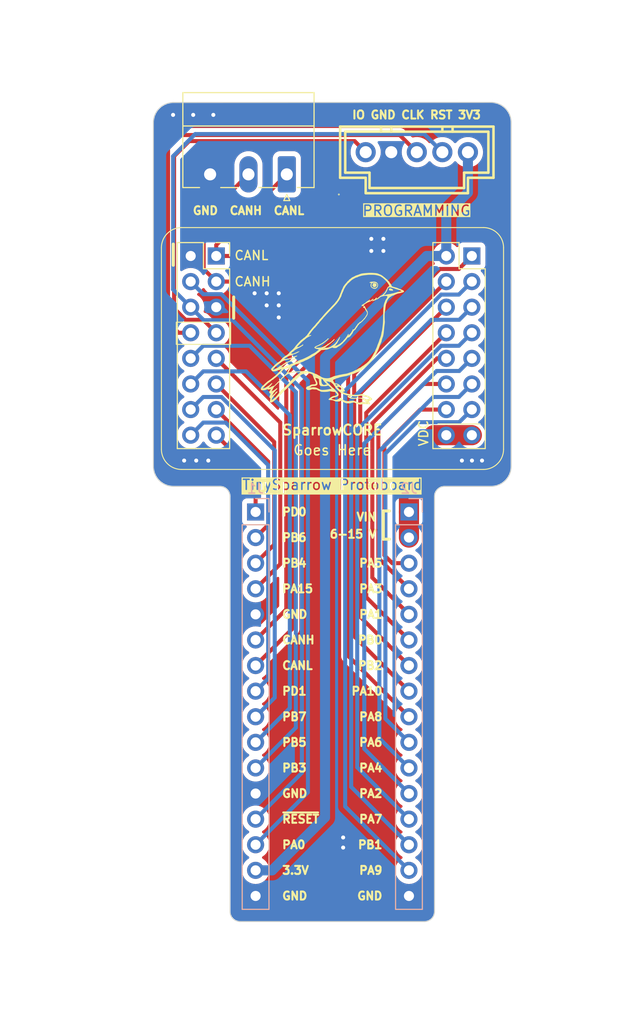
<source format=kicad_pcb>
(kicad_pcb (version 20221018) (generator pcbnew)
  (layers (0 "F.Cu" signal) (31 "B.Cu" signal) (34 "B.Paste" user) (35 "F.Paste" user) (36 "B.SilkS" user "B.Silkscreen") (37 "F.SilkS" user "F.Silkscreen") (38 "B.Mask" user) (39 "F.Mask" user) (44 "Edge.Cuts" user))
  (net 0 "")
  (net 1 "/PD0")
  (net 2 "/PB6")
  (net 3 "/PB4")
  (net 4 "/PA15")
  (net 5 "/CAN+")
  (net 6 "/CAN-")
  (net 7 "/PD1")
  (net 8 "/PB7")
  (net 9 "/PB5")
  (net 10 "/PB3")
  (net 11 "/~{RESET}")
  (net 12 "/SWDIO")
  (net 13 "/SWCLK")
  (net 14 "GND")
  (net 15 "/PA0")
  (net 16 "/VDC")
  (net 17 "+3V3")
  (net 18 "/PA5")
  (net 19 "/PA3")
  (net 20 "/PA1")
  (net 21 "/PB0")
  (net 22 "/PB2")
  (net 23 "/PA10")
  (net 24 "/PA8")
  (net 25 "/PA6")
  (net 26 "/PA4")
  (net 27 "/PA2")
  (net 28 "/PA7")
  (net 29 "/PB1")
  (net 30 "/PA9")
  (footprint "footprints:CONN-TH_A2547WV-5P" (layer "F.Cu") (at 155.71999 53.2)
    (fp_text reference "J4" hide)
    (fp_text value "SYS_PROG")
    (pad "1" thru_hole circle (at -5.08001 0) (size 2 2) (drill 1.2) (layers "*.Cu" "*.Mask") (net 12 "/SWDIO"))
    (pad "2" thru_hole circle (at -2.540005 0) (size 2 2) (drill 1.2) (layers "*.Cu" "*.Mask") (net 14 "GND"))
    (pad "3" thru_hole circle (at 0 0) (size 2 2) (drill 1.2) (layers "*.Cu" "*.Mask") (net 13 "/SWCLK"))
    (pad "4" thru_hole circle (at 2.540005 0) (size 2 2) (drill 1.2) (layers "*.Cu" "*.Mask") (net 11 "/~{RESET}"))
    (pad "5" thru_hole circle (at 5.08001 0) (size 2 2) (drill 1.2) (layers "*.Cu" "*.Mask") (net 17 "+3V3"))
  )
  (footprint "SparrowCore:SparrowCore" (layer "F.Cu") (at 146.52 61.17)
    (fp_text reference "U1" hide)
    (fp_text value "~")
    (fp_text user "Goes Here" (at 0.8 21.6 unlocked) (layer "F.SilkS"))
    (fp_text user "VDC" (at 10.4 21.3 90 unlocked) (layer "F.SilkS") (effects (font (size 0.9 0.9) (thickness 0.15) bold) (justify left bottom)))
    (fp_text user "CANL" (at -9 2.8 unlocked) (layer "F.SilkS") (effects (font (size 0.9 0.9) (thickness 0.15) bold) (justify left bottom)))
    (fp_text user "SparrowCORE" (at 0.8 19.6 unlocked) (layer "F.SilkS") (effects (font (thickness 0.2) bold)))
    (fp_text user "CANH" (at -9 5.4 unlocked) (layer "F.SilkS") (effects (font (size 0.9 0.9) (thickness 0.15) bold) (justify left bottom)))
    (pad "1" thru_hole rect (at -10.73 2.33) (size 1.7 1.7) (drill 1) (layers "*.Cu" "*.Mask") (net 6 "/CAN-"))
    (pad "2" thru_hole oval (at -13.27 2.33) (size 1.7 1.7) (drill 1) (layers "*.Cu" "*.Mask") (net 14 "GND"))
    (pad "3" thru_hole oval (at -10.73 4.87) (size 1.7 1.7) (drill 1) (layers "*.Cu" "*.Mask") (net 5 "/CAN+"))
    (pad "4" thru_hole oval (at -13.27 4.87) (size 1.7 1.7) (drill 1) (layers "*.Cu" "*.Mask") (net 15 "/PA0"))
    (pad "5" thru_hole oval (at -10.73 7.41) (size 1.7 1.7) (drill 1) (layers "*.Cu" "*.Mask") (net 14 "GND"))
    (pad "6" thru_hole oval (at -13.27 7.41) (size 1.7 1.7) (drill 1) (layers "*.Cu" "*.Mask") (net 11 "/~{RESET}"))
    (pad "7" thru_hole oval (at -10.73 9.95) (size 1.7 1.7) (drill 1) (layers "*.Cu" "*.Mask") (net 12 "/SWDIO"))
    (pad "8" thru_hole oval (at -13.27 9.95) (size 1.7 1.7) (drill 1) (layers "*.Cu" "*.Mask") (net 13 "/SWCLK"))
    (pad "9" thru_hole oval (at -10.73 12.49) (size 1.7 1.7) (drill 1) (layers "*.Cu" "*.Mask") (net 4 "/PA15"))
    (pad "10" thru_hole oval (at -13.27 12.49) (size 1.7 1.7) (drill 1) (layers "*.Cu" "*.Mask") (net 10 "/PB3"))
    (pad "11" thru_hole oval (at -10.73 15.03) (size 1.7 1.7) (drill 1) (layers "*.Cu" "*.Mask") (net 3 "/PB4"))
    (pad "12" thru_hole oval (at -13.27 15.03) (size 1.7 1.7) (drill 1) (layers "*.Cu" "*.Mask") (net 9 "/PB5"))
    (pad "13" thru_hole oval (at -10.73 17.57) (size 1.7 1.7) (drill 1) (layers "*.Cu" "*.Mask") (net 2 "/PB6"))
    (pad "14" thru_hole oval (at -13.27 17.57) (size 1.7 1.7) (drill 1) (layers "*.Cu" "*.Mask") (net 8 "/PB7"))
    (pad "15" thru_hole oval (at -10.73 20.11) (size 1.7 1.7) (drill 1) (layers "*.Cu" "*.Mask") (net 1 "/PD0"))
    (pad "16" thru_hole oval (at -13.27 20.11) (size 1.7 1.7) (drill 1) (layers "*.Cu" "*.Mask") (net 7 "/PD1"))
    (pad "17" thru_hole rect (at 14.67 2.33) (size 1.7 1.7) (drill 1) (layers "*.Cu" "*.Mask") (net 24 "/PA8"))
    (pad "18" thru_hole oval (at 12.13 2.33) (size 1.7 1.7) (drill 1) (layers "*.Cu" "*.Mask") (net 17 "+3V3"))
    (pad "19" thru_hole oval (at 14.67 4.87) (size 1.7 1.7) (drill 1) (layers "*.Cu" "*.Mask") (net 30 "/PA9"))
    (pad "20" thru_hole oval (at 12.13 4.87) (size 1.7 1.7) (drill 1) (layers "*.Cu" "*.Mask") (net 23 "/PA10"))
    (pad "21" thru_hole oval (at 14.67 7.41) (size 1.7 1.7) (drill 1) (layers "*.Cu" "*.Mask") (net 29 "/PB1"))
    (pad "22" thru_hole oval (at 12.13 7.41) (size 1.7 1.7) (drill 1) (layers "*.Cu" "*.Mask") (net 22 "/PB2"))
    (pad "23" thru_hole oval (at 14.67 9.95) (size 1.7 1.7) (drill 1) (layers "*.Cu" "*.Mask") (net 28 "/PA7"))
    (pad "24" thru_hole oval (at 12.13 9.95) (size 1.7 1.7) (drill 1) (layers "*.Cu" "*.Mask") (net 21 "/PB0"))
    (pad "25" thru_hole oval (at 14.67 12.49) (size 1.7 1.7) (drill 1) (layers "*.Cu" "*.Mask") (net 27 "/PA2"))
    (pad "26" thru_hole oval (at 12.13 12.49) (size 1.7 1.7) (drill 1) (layers "*.Cu" "*.Mask") (net 20 "/PA1"))
    (pad "27" thru_hole oval (at 14.67 15.03) (size 1.7 1.7) (drill 1) (layers "*.Cu" "*.Mask") (net 26 "/PA4"))
    (pad "28" thru_hole oval (at 12.13 15.03) (size 1.7 1.7) (drill 1) (layers "*.Cu" "*.Mask") (net 19 "/PA3"))
    (pad "29" thru_hole oval (at 14.67 17.57) (size 1.7 1.7) (drill 1) (layers "*.Cu" "*.Mask") (net 25 "/PA6"))
    (pad "30" thru_hole oval (at 12.13 17.57) (size 1.7 1.7) (drill 1) (layers "*.Cu" "*.Mask") (net 18 "/PA5"))
    (pad "31" thru_hole oval (at 14.67 20.11) (size 1.7 1.7) (drill 1) (layers "*.Cu" "*.Mask") (net 16 "/VDC"))
    (pad "32" thru_hole oval (at 12.13 20.11) (size 1.7 1.7) (drill 1) (layers "*.Cu" "*.Mask") (net 16 "/VDC"))
  )
  (footprint "Connector_Phoenix_MC:PhoenixContact_MC_1,5_3-G-3.81_1x03_P3.81mm_Horizontal" (layer "F.Cu") (at 142.8 55.4 180)
    (fp_text reference "J3" hide)
    (fp_text value "CAN_DEBUG")
    (pad "1" thru_hole roundrect (at 0 0 180) (size 1.8 3.6) (drill 1.2) (layers "*.Cu" "*.Mask") (roundrect_rratio 0.1388888889) (net 6 "/CAN-"))
    (pad "2" thru_hole oval (at 3.81 0 180) (size 1.8 3.6) (drill 1.2) (layers "*.Cu" "*.Mask") (net 5 "/CAN+"))
    (pad "3" thru_hole oval (at 7.62 0 180) (size 1.8 3.6) (drill 1.2) (layers "*.Cu" "*.Mask") (net 14 "GND"))
  )
  (footprint "Connector_PinHeader_2.54mm:PinHeader_1x16_P2.54mm_Vertical" (layer "B.Cu") (at 154.94 88.9 180)
    (fp_text reference "J2" (at 0 2.33) (layer "B.SilkS") (effects (justify mirror)))
    (fp_text value "RIGHT_SIDE_CONN")
    (pad "1" thru_hole rect (at 0 0 180) (size 1.7 1.7) (drill 1) (layers "*.Cu" "*.Mask") (net 16 "/VDC"))
    (pad "2" thru_hole oval (at 0 -2.54 180) (size 1.7 1.7) (drill 1) (layers "*.Cu" "*.Mask") (net 16 "/VDC"))
    (pad "3" thru_hole oval (at 0 -5.08 180) (size 1.7 1.7) (drill 1) (layers "*.Cu" "*.Mask") (net 18 "/PA5"))
    (pad "4" thru_hole oval (at 0 -7.62 180) (size 1.7 1.7) (drill 1) (layers "*.Cu" "*.Mask") (net 19 "/PA3"))
    (pad "5" thru_hole oval (at 0 -10.16 180) (size 1.7 1.7) (drill 1) (layers "*.Cu" "*.Mask") (net 20 "/PA1"))
    (pad "6" thru_hole oval (at 0 -12.7 180) (size 1.7 1.7) (drill 1) (layers "*.Cu" "*.Mask") (net 21 "/PB0"))
    (pad "7" thru_hole oval (at 0 -15.24 180) (size 1.7 1.7) (drill 1) (layers "*.Cu" "*.Mask") (net 22 "/PB2"))
    (pad "8" thru_hole oval (at 0 -17.78 180) (size 1.7 1.7) (drill 1) (layers "*.Cu" "*.Mask") (net 23 "/PA10"))
    (pad "9" thru_hole oval (at 0 -20.32 180) (size 1.7 1.7) (drill 1) (layers "*.Cu" "*.Mask") (net 24 "/PA8"))
    (pad "10" thru_hole oval (at 0 -22.86 180) (size 1.7 1.7) (drill 1) (layers "*.Cu" "*.Mask") (net 25 "/PA6"))
    (pad "11" thru_hole oval (at 0 -25.4 180) (size 1.7 1.7) (drill 1) (layers "*.Cu" "*.Mask") (net 26 "/PA4"))
    (pad "12" thru_hole oval (at 0 -27.94 180) (size 1.7 1.7) (drill 1) (layers "*.Cu" "*.Mask") (net 27 "/PA2"))
    (pad "13" thru_hole oval (at 0 -30.48 180) (size 1.7 1.7) (drill 1) (layers "*.Cu" "*.Mask") (net 28 "/PA7"))
    (pad "14" thru_hole oval (at 0 -33.02 180) (size 1.7 1.7) (drill 1) (layers "*.Cu" "*.Mask") (net 29 "/PB1"))
    (pad "15" thru_hole oval (at 0 -35.56 180) (size 1.7 1.7) (drill 1) (layers "*.Cu" "*.Mask") (net 30 "/PA9"))
    (pad "16" thru_hole oval (at 0 -38.1 180) (size 1.7 1.7) (drill 1) (layers "*.Cu" "*.Mask") (net 14 "GND"))
  )
  (footprint "Connector_PinHeader_2.54mm:PinHeader_1x16_P2.54mm_Vertical" (layer "B.Cu") (at 139.7 88.9 180)
    (fp_text reference "J1" (at 0 2.33) (layer "B.SilkS") (effects (justify mirror)))
    (fp_text value "LEFT_SIDE_CONN")
    (pad "1" thru_hole rect (at 0 0 180) (size 1.7 1.7) (drill 1) (layers "*.Cu" "*.Mask") (net 1 "/PD0"))
    (pad "2" thru_hole oval (at 0 -2.54 180) (size 1.7 1.7) (drill 1) (layers "*.Cu" "*.Mask") (net 2 "/PB6"))
    (pad "3" thru_hole oval (at 0 -5.08 180) (size 1.7 1.7) (drill 1) (layers "*.Cu" "*.Mask") (net 3 "/PB4"))
    (pad "4" thru_hole oval (at 0 -7.62 180) (size 1.7 1.7) (drill 1) (layers "*.Cu" "*.Mask") (net 4 "/PA15"))
    (pad "5" thru_hole oval (at 0 -10.16 180) (size 1.7 1.7) (drill 1) (layers "*.Cu" "*.Mask") (net 14 "GND"))
    (pad "6" thru_hole oval (at 0 -12.7 180) (size 1.7 1.7) (drill 1) (layers "*.Cu" "*.Mask") (net 5 "/CAN+"))
    (pad "7" thru_hole oval (at 0 -15.24 180) (size 1.7 1.7) (drill 1) (layers "*.Cu" "*.Mask") (net 6 "/CAN-"))
    (pad "8" thru_hole oval (at 0 -17.78 180) (size 1.7 1.7) (drill 1) (layers "*.Cu" "*.Mask") (net 7 "/PD1"))
    (pad "9" thru_hole oval (at 0 -20.32 180) (size 1.7 1.7) (drill 1) (layers "*.Cu" "*.Mask") (net 8 "/PB7"))
    (pad "10" thru_hole oval (at 0 -22.86 180) (size 1.7 1.7) (drill 1) (layers "*.Cu" "*.Mask") (net 9 "/PB5"))
    (pad "11" thru_hole oval (at 0 -25.4 180) (size 1.7 1.7) (drill 1) (layers "*.Cu" "*.Mask") (net 10 "/PB3"))
    (pad "12" thru_hole oval (at 0 -27.94 180) (size 1.7 1.7) (drill 1) (layers "*.Cu" "*.Mask") (net 14 "GND"))
    (pad "13" thru_hole oval (at 0 -30.48 180) (size 1.7 1.7) (drill 1) (layers "*.Cu" "*.Mask") (net 11 "/~{RESET}"))
    (pad "14" thru_hole oval (at 0 -33.02 180) (size 1.7 1.7) (drill 1) (layers "*.Cu" "*.Mask") (net 15 "/PA0"))
    (pad "15" thru_hole oval (at 0 -35.56 180) (size 1.7 1.7) (drill 1) (layers "*.Cu" "*.Mask") (net 17 "+3V3"))
    (pad "16" thru_hole oval (at 0 -38.1 180) (size 1.7 1.7) (drill 1) (layers "*.Cu" "*.Mask") (net 14 "GND"))
  )
  (gr_line (start 152.4 88.8) (end 153 88.8) (stroke (width 0.3)) (layer "F.SilkS"))
  (gr_line (start 152.4 88.8) (end 152.4 91.6) (stroke (width 0.3)) (layer "F.SilkS"))
  (gr_line (start 152.4 91.6) (end 153 91.6) (stroke (width 0.3)) (layer "F.SilkS"))
  (gr_arc (start 157.48 87.36) (mid 157.772893 86.652893) (end 158.48 86.36) (stroke (width 0.1)) (layer "Edge.Cuts"))
  (gr_arc (start 157.48 128.54) (mid 157.187107 129.247107) (end 156.48 129.54) (stroke (width 0.1)) (layer "Edge.Cuts"))
  (gr_line (start 158.48 86.36) (end 163.1 86.36) (stroke (width 0.1)) (layer "Edge.Cuts"))
  (gr_line (start 157.48 87.36) (end 157.48 128.54) (stroke (width 0.1)) (layer "Edge.Cuts"))
  (gr_arc (start 165.1 84.36) (mid 164.514214 85.774214) (end 163.1 86.36) (stroke (width 0.1)) (layer "Edge.Cuts"))
  (gr_line (start 165.1 50.26) (end 165.1 84.36) (stroke (width 0.1)) (layer "Edge.Cuts"))
  (gr_arc (start 129.54 50.27) (mid 130.125786 48.855786) (end 131.54 48.27) (stroke (width 0.1)) (layer "Edge.Cuts"))
  (gr_arc (start 131.54 86.36) (mid 130.125786 85.774214) (end 129.54 84.36) (stroke (width 0.1)) (layer "Edge.Cuts"))
  (gr_line (start 137.16 128.54) (end 137.16 87.36) (stroke (width 0.1)) (layer "Edge.Cuts"))
  (gr_arc (start 138.16 129.54) (mid 137.452893 129.247107) (end 137.16 128.54) (stroke (width 0.1)) (layer "Edge.Cuts"))
  (gr_arc (start 136.16 86.36) (mid 136.867107 86.652893) (end 137.16 87.36) (stroke (width 0.1)) (layer "Edge.Cuts"))
  (gr_line (start 136.16 86.36) (end 131.54 86.36) (stroke (width 0.1)) (layer "Edge.Cuts"))
  (gr_line (start 163.1 48.26) (end 131.54 48.27) (stroke (width 0.1)) (layer "Edge.Cuts"))
  (gr_arc (start 163.1 48.26) (mid 164.514214 48.845786) (end 165.1 50.26) (stroke (width 0.1)) (layer "Edge.Cuts"))
  (gr_line (start 129.54 84.36) (end 129.54 50.27) (stroke (width 0.1)) (layer "Edge.Cuts"))
  (gr_line (start 156.48 129.54) (end 138.16 129.54) (stroke (width 0.1)) (layer "Edge.Cuts"))
  (gr_text "PA4" (at 152.4 114.3) (layer "F.SilkS") (effects (font (size 0.8 0.8) (thickness 0.2) bold) (justify right)))
  (gr_text "PA6" (at 152.4 111.76) (layer "F.SilkS") (effects (font (size 0.8 0.8) (thickness 0.2) bold) (justify right)))
  (gr_text "3.3V" (at 142.24 124.46) (layer "F.SilkS") (effects (font (size 0.8 0.8) (thickness 0.2) bold) (justify left)))
  (gr_text "GND" (at 142.24 99.06) (layer "F.SilkS") (effects (font (size 0.8 0.8) (thickness 0.2) bold) (justify left)))
  (gr_text "PD0" (at 142.24 88.9) (layer "F.SilkS") (effects (font (size 0.8 0.8) (thickness 0.2) bold) (justify left)))
  (gr_text "CANH" (at 142.24 101.6) (layer "F.SilkS") (effects (font (size 0.8 0.8) (thickness 0.2) bold) (justify left)))
  (gr_text "~{RESET}" (at 142.24 119.38) (layer "F.SilkS") (effects (font (size 0.8 0.8) (thickness 0.2) bold) (justify left)))
  (gr_text "PB3" (at 142.24 114.3) (layer "F.SilkS") (effects (font (size 0.8 0.8) (thickness 0.2) bold) (justify left)))
  (gr_text "PA15" (at 142.24 96.52) (layer "F.SilkS") (effects (font (size 0.8 0.8) (thickness 0.2) bold) (justify left)))
  (gr_text "PA8" (at 152.4 109.22) (layer "F.SilkS") (effects (font (size 0.8 0.8) (thickness 0.2) bold) (justify right)))
  (gr_text "PB0" (at 152.4 101.6) (layer "F.SilkS") (effects (font (size 0.8 0.8) (thickness 0.2) bold) (justify right)))
  (gr_text "VIN" (at 151.8 89.4) (layer "F.SilkS") (effects (font (size 0.8 0.8) (thickness 0.2) bold) (justify right)))
  (gr_text "PA2" (at 152.4 116.84) (layer "F.SilkS") (effects (font (size 0.8 0.8) (thickness 0.2) bold) (justify right)))
  (gr_text "PA10" (at 152.4 106.68) (layer "F.SilkS") (effects (font (size 0.8 0.8) (thickness 0.2) bold) (justify right)))
  (gr_text "PB5" (at 142.24 111.76) (layer "F.SilkS") (effects (font (size 0.8 0.8) (thickness 0.2) bold) (justify left)))
  (gr_text "6-15 V" (at 151.8 91.1) (layer "F.SilkS") (effects (font (size 0.8 0.8) (thickness 0.2) bold) (justify right)))
  (gr_text "PB4" (at 142.24 93.98) (layer "F.SilkS") (effects (font (size 0.8 0.8) (thickness 0.2) bold) (justify left)))
  (gr_text "IO GND CLK RST 3V3" (at 155.690005 49.5) (layer "F.SilkS") (effects (font (size 0.8 0.8) (thickness 0.2) bold)))
  (gr_text "GND" (at 142.24 116.84) (layer "F.SilkS") (effects (font (size 0.8 0.8) (thickness 0.2) bold) (justify left)))
  (gr_text "GND" (at 142.24 127) (layer "F.SilkS") (effects (font (size 0.8 0.8) (thickness 0.2) bold) (justify left)))
  (gr_text "PA3" (at 152.4 96.52) (layer "F.SilkS") (effects (font (size 0.8 0.8) (thickness 0.2) bold) (justify right)))
  (gr_text "GND" (at 152.4 127) (layer "F.SilkS") (effects (font (size 0.8 0.8) (thickness 0.2) bold) (justify right)))
  (gr_text "PB1" (at 152.4 121.92) (layer "F.SilkS") (effects (font (size 0.8 0.8) (thickness 0.2) bold) (justify right)))
  (gr_text "PA0" (at 142.24 121.92) (layer "F.SilkS") (effects (font (size 0.8 0.8) (thickness 0.2) bold) (justify left)))
  (gr_text "PB2" (at 152.4 104.14) (layer "F.SilkS") (effects (font (size 0.8 0.8) (thickness 0.2) bold) (justify right)))
  (gr_text "GND  CANH  CANL" (at 139 59) (layer "F.SilkS") (effects (font (size 0.8 0.8) (thickness 0.2) bold)))
  (gr_text "PA1" (at 152.4 99.06) (layer "F.SilkS") (effects (font (size 0.8 0.8) (thickness 0.2) bold) (justify right)))
  (gr_text "PA5" (at 152.4 93.98) (layer "F.SilkS") (effects (font (size 0.8 0.8) (thickness 0.2) bold) (justify right)))
  (gr_text "PA7" (at 152.4 119.38) (layer "F.SilkS") (effects (font (size 0.8 0.8) (thickness 0.2) bold) (justify right)))
  (gr_text "PD1" (at 142.24 106.68) (layer "F.SilkS") (effects (font (size 0.8 0.8) (thickness 0.2) bold) (justify left)))
  (gr_text "CANL" (at 142.24 104.14) (layer "F.SilkS") (effects (font (size 0.8 0.8) (thickness 0.2) bold) (justify left)))
  (gr_text "TinySparrow Protoboard" (at 147.32 86.2) (layer "F.SilkS" knockout) (effects (font (size 1 1))))
  (gr_text "PA9" (at 152.4 124.46) (layer "F.SilkS") (effects (font (size 0.8 0.8) (thickness 0.2) bold) (justify right)))
  (gr_text "PB7" (at 142.24 109.22) (layer "F.SilkS") (effects (font (size 0.8 0.8) (thickness 0.2) bold) (justify left)))
  (gr_text "PROGRAMMING" (at 155.690005 59) (layer "F.SilkS" knockout) (effects (font (size 1 1))))
  (gr_text "PB6" (at 142.24 91.44) (layer "F.SilkS") (effects (font (size 0.8 0.8) (thickness 0.2) bold) (justify left)))
  (segment (start 139.7 85.19) (end 135.79 81.28) (width 0.4) (layer "F.Cu") (net 1))
  (segment (start 139.7 88.9) (end 139.7 85.19) (width 0.4) (layer "F.Cu") (net 1))
  (segment (start 140.95 83.9) (end 135.79 78.74) (width 0.4) (layer "F.Cu") (net 2))
  (segment (start 140.95 90.19) (end 140.95 83.9) (width 0.4) (layer "F.Cu") (net 2))
  (segment (start 139.7 91.44) (end 140.95 90.19) (width 0.4) (layer "F.Cu") (net 2))
  (segment (start 141.55 92.13) (end 141.55 81.96) (width 0.4) (layer "F.Cu") (net 3))
  (segment (start 141.55 81.96) (end 135.79 76.2) (width 0.4) (layer "F.Cu") (net 3))
  (segment (start 139.7 93.98) (end 141.55 92.13) (width 0.4) (layer "F.Cu") (net 3))
  (segment (start 142.15 80.02) (end 142.15 94.07) (width 0.4) (layer "F.Cu") (net 4))
  (segment (start 135.79 73.66) (end 142.15 80.02) (width 0.4) (layer "F.Cu") (net 4))
  (segment (start 142.15 94.07) (end 139.7 96.52) (width 0.4) (layer "F.Cu") (net 4))
  (segment (start 144 65.8) (end 144 65.15) (width 0.4) (layer "F.Cu") (net 5))
  (segment (start 141.1 64.729766) (end 141.1 64.5) (width 0.4) (layer "F.Cu") (net 5))
  (segment (start 144 65) (end 143.2 64.2) (width 0.4) (layer "F.Cu") (net 5))
  (segment (start 134.54 59.85) (end 138.99 55.4) (width 0.4) (layer "F.Cu") (net 5))
  (segment (start 137.16 66.04) (end 135.79 66.04) (width 0.4) (layer "F.Cu") (net 5))
  (segment (start 142.75 98.55) (end 142.75 75.2) (width 0.4) (layer "F.Cu") (net 5))
  (segment (start 135.79 66.04) (end 134.54 64.79) (width 0.4) (layer "F.Cu") (net 5))
  (segment (start 134.54 64.79) (end 134.54 59.85) (width 0.4) (layer "F.Cu") (net 5))
  (segment (start 142.9 64.5) (end 142.9 64.729766) (width 0.4) (layer "F.Cu") (net 5))
  (segment (start 142.75 75.2) (end 144 73.95) (width 0.4) (layer "F.Cu") (net 5))
  (segment (start 144 65.15) (end 144 65) (width 0.4) (layer "F.Cu") (net 5))
  (segment (start 144 73.95) (end 144 67) (width 0.4) (layer "F.Cu") (net 5))
  (segment (start 142.3 64.729766) (end 142.3 64.5) (width 0.4) (layer "F.Cu") (net 5))
  (segment (start 139.7 101.6) (end 142.75 98.55) (width 0.4) (layer "F.Cu") (net 5))
  (segment (start 140.8 64.2) (end 140.177721 64.2) (width 0.4) (layer "F.Cu") (net 5))
  (segment (start 140.177721 64.2) (end 139 64.2) (width 0.4) (layer "F.Cu") (net 5))
  (segment (start 139 64.2) (end 137.16 66.04) (width 0.4) (layer "F.Cu") (net 5))
  (segment (start 141.7 64.5) (end 141.7 64.729766) (width 0.4) (layer "F.Cu") (net 5))
  (segment (start 143.7 66.7) (end 143.470234 66.7) (width 0.4) (layer "F.Cu") (net 5))
  (segment (start 143.470234 66.1) (end 143.7 66.1) (width 0.4) (layer "F.Cu") (net 5))
  (arc (start 144 67) (mid 143.912132 66.787868) (end 143.7 66.7) (width 0.4) (layer "F.Cu") (net 5))
  (arc (start 143.7 66.1) (mid 143.912132 66.012132) (end 144 65.8) (width 0.4) (layer "F.Cu") (net 5))
  (arc (start 143.2 64.2) (mid 142.987868 64.287868) (end 142.9 64.5) (width 0.4) (layer "F.Cu") (net 5))
  (arc (start 142.6 65.029766) (mid 142.387868 64.941898) (end 142.3 64.729766) (width 0.4) (layer "F.Cu") (net 5))
  (arc (start 142.3 64.5) (mid 142.212132 64.287868) (end 142 64.2) (width 0.4) (layer "F.Cu") (net 5))
  (arc (start 141.7 64.729766) (mid 141.612132 64.941898) (end 141.4 65.029766) (width 0.4) (layer "F.Cu") (net 5))
  (arc (start 141.4 65.029766) (mid 141.187868 64.941898) (end 141.1 64.729766) (width 0.4) (layer "F.Cu") (net 5))
  (arc (start 142 64.2) (mid 141.787868 64.287868) (end 141.7 64.5) (width 0.4) (layer "F.Cu") (net 5))
  (arc (start 143.170234 66.4) (mid 143.258102 66.187868) (end 143.470234 66.1) (width 0.4) (layer "F.Cu") (net 5))
  (arc (start 141.1 64.5) (mid 141.012132 64.287868) (end 140.8 64.2) (width 0.4) (layer "F.Cu") (net 5))
  (arc (start 143.470234 66.7) (mid 143.258102 66.612132) (end 143.170234 66.4) (width 0.4) (layer "F.Cu") (net 5))
  (arc (start 142.9 64.729766) (mid 142.812132 64.941898) (end 142.6 65.029766) (width 0.4) (layer "F.Cu") (net 5))
  (segment (start 138.565375 60.613906) (end 138.565375 60.613907) (width 0.4) (layer "F.Cu") (net 6))
  (segment (start 142.8 55.4) (end 138.5 59.7) (width 0.4) (layer "F.Cu") (net 6))
  (segment (start 139.7 104.14) (end 143.35 100.49) (width 0.4) (layer "F.Cu") (net 6))
  (segment (start 137.227203 60.972794) (end 137.227204 60.972793) (width 0.4) (layer "F.Cu") (net 6))
  (segment (start 138.5 60.124266) (end 138.499999 60.124266) (width 0.4) (layer "F.Cu") (net 6))
  (segment (start 135.79 62.41) (end 135.79 63.5) (width 0.4) (layer "F.Cu") (net 6))
  (segment (start 138.499999 60.124266) (end 138.565375 60.189642) (width 0.4) (layer "F.Cu") (net 6))
  (segment (start 138.141111 60.613907) (end 138.075736 60.548532) (width 0.4) (layer "F.Cu") (net 6))
  (segment (start 135.79 63.5) (end 143.7 63.5) (width 0.4) (layer "F.Cu") (net 6))
  (segment (start 137.161803 60.483128) (end 137.227204 60.548529) (width 0.4) (layer "F.Cu") (net 6))
  (segment (start 144.8 64.6) (end 144.8 74.35) (width 0.4) (layer "F.Cu") (net 6))
  (segment (start 143.35 100.49) (end 143.35 75.8) (width 0.4) (layer "F.Cu") (net 6))
  (segment (start 137.227204 60.972793) (end 135.79 62.41) (width 0.4) (layer "F.Cu") (net 6))
  (segment (start 144.8 74.35) (end 143.35 75.8) (width 0.4) (layer "F.Cu") (net 6))
  (segment (start 137.161804 60.058864) (end 137.161803 60.058864) (width 0.4) (layer "F.Cu") (net 6))
  (segment (start 138.075736 60.548532) (end 137.586068 60.058864) (width 0.4) (layer "F.Cu") (net 6))
  (segment (start 143.7 63.5) (end 144.8 64.6) (width 0.4) (layer "F.Cu") (net 6))
  (arc (start 138.5 59.7) (mid 138.412131 59.912134) (end 138.5 60.124266) (width 0.4) (layer "F.Cu") (net 6))
  (arc (start 137.161803 60.058864) (mid 137.073935 60.270996) (end 137.161803 60.483128) (width 0.4) (layer "F.Cu") (net 6))
  (arc (start 137.586068 60.058864) (mid 137.373936 59.970996) (end 137.161804 60.058864) (width 0.4) (layer "F.Cu") (net 6))
  (arc (start 137.227204 60.548529) (mid 137.315072 60.760662) (end 137.227203 60.972794) (width 0.4) (layer "F.Cu") (net 6))
  (arc (start 138.565375 60.613907) (mid 138.353243 60.701775) (end 138.141111 60.613907) (width 0.4) (layer "F.Cu") (net 6))
  (arc (start 138.565375 60.189642) (mid 138.653243 60.401774) (end 138.565375 60.613906) (width 0.4) (layer "F.Cu") (net 6))
  (segment (start 140.95 84.25) (end 140.95 105.43) (width 0.4) (layer "B.Cu") (net 7))
  (segment (start 133.25 81.28) (end 134.5 80.03) (width 0.4) (layer "B.Cu") (net 7))
  (segment (start 140.95 105.43) (end 139.7 106.68) (width 0.4) (layer "B.Cu") (net 7))
  (segment (start 134.5 80.03) (end 136.73 80.03) (width 0.4) (layer "B.Cu") (net 7))
  (segment (start 136.73 80.03) (end 140.95 84.25) (width 0.4) (layer "B.Cu") (net 7))
  (segment (start 136.307767 77.49) (end 141.6 82.782233) (width 0.4) (layer "B.Cu") (net 8))
  (segment (start 134.5 77.49) (end 136.307767 77.49) (width 0.4) (layer "B.Cu") (net 8))
  (segment (start 141.6 82.782233) (end 141.6 107.32) (width 0.4) (layer "B.Cu") (net 8))
  (segment (start 141.6 107.32) (end 139.7 109.22) (width 0.4) (layer "B.Cu") (net 8))
  (segment (start 133.25 78.74) (end 134.5 77.49) (width 0.4) (layer "B.Cu") (net 8))
  (segment (start 143.1 79.3) (end 143.1 108.36) (width 0.4) (layer "B.Cu") (net 9))
  (segment (start 134.5 74.95) (end 138.75 74.95) (width 0.4) (layer "B.Cu") (net 9))
  (segment (start 138.75 74.95) (end 143.1 79.3) (width 0.4) (layer "B.Cu") (net 9))
  (segment (start 143.1 108.36) (end 139.7 111.76) (width 0.4) (layer "B.Cu") (net 9))
  (segment (start 133.25 76.2) (end 134.5 74.95) (width 0.4) (layer "B.Cu") (net 9))
  (segment (start 143.7 110.3) (end 139.7 114.3) (width 0.4) (layer "B.Cu") (net 10))
  (segment (start 133.25 73.66) (end 134.5 72.41) (width 0.4) (layer "B.Cu") (net 10))
  (segment (start 139.11 72.41) (end 143.7 77) (width 0.4) (layer "B.Cu") (net 10))
  (segment (start 143.7 77) (end 143.7 110.3) (width 0.4) (layer "B.Cu") (net 10))
  (segment (start 134.5 72.41) (end 139.11 72.41) (width 0.4) (layer "B.Cu") (net 10))
  (segment (start 144.3 76.751472) (end 144.3 114.78) (width 0.4) (layer "B.Cu") (net 11))
  (segment (start 131.5 53.6) (end 131.5 66.83) (width 0.4) (layer "B.Cu") (net 11))
  (segment (start 133.7 51.4) (end 131.5 53.6) (width 0.4) (layer "B.Cu") (net 11))
  (segment (start 133.25 68.58) (end 134.54 69.87) (width 0.4) (layer "B.Cu") (net 11))
  (segment (start 156.459995 51.4) (end 133.7 51.4) (width 0.4) (layer "B.Cu") (net 11))
  (segment (start 137.418528 69.87) (end 144.3 76.751472) (width 0.4) (layer "B.Cu") (net 11))
  (segment (start 134.54 69.87) (end 137.418528 69.87) (width 0.4) (layer "B.Cu") (net 11))
  (segment (start 158.259995 53.2) (end 156.459995 51.4) (width 0.4) (layer "B.Cu") (net 11))
  (segment (start 131.5 66.83) (end 133.25 68.58) (width 0.4) (layer "B.Cu") (net 11))
  (segment (start 144.3 114.78) (end 139.7 119.38) (width 0.4) (layer "B.Cu") (net 11))
  (segment (start 133.1 52.1) (end 131.6 53.6) (width 0.4) (layer "F.Cu") (net 12))
  (segment (start 131.6 53.6) (end 131.6 68.697767) (width 0.4) (layer "F.Cu") (net 12))
  (segment (start 131.6 68.697767) (end 132.732233 69.83) (width 0.4) (layer "F.Cu") (net 12))
  (segment (start 134.5 69.83) (end 135.79 71.12) (width 0.4) (layer "F.Cu") (net 12))
  (segment (start 149.53998 52.1) (end 133.1 52.1) (width 0.4) (layer "F.Cu") (net 12))
  (segment (start 132.732233 69.83) (end 134.5 69.83) (width 0.4) (layer "F.Cu") (net 12))
  (segment (start 150.63998 53.2) (end 149.53998 52.1) (width 0.4) (layer "F.Cu") (net 12))
  (segment (start 131 70.072081) (end 131 52.5) (width 0.4) (layer "F.Cu") (net 13))
  (segment (start 132 51.5) (end 154.01999 51.5) (width 0.4) (layer "F.Cu") (net 13))
  (segment (start 133.25 71.12) (end 132.047919 71.12) (width 0.4) (layer "F.Cu") (net 13))
  (segment (start 154.01999 51.5) (end 155.71999 53.2) (width 0.4) (layer "F.Cu") (net 13))
  (segment (start 132.047919 71.12) (end 131 70.072081) (width 0.4) (layer "F.Cu") (net 13))
  (segment (start 131 52.5) (end 132 51.5) (width 0.4) (layer "F.Cu") (net 13))
  (via (at 140.8 68.4) (size 0.8) (drill 0.4) (layers "F.Cu" "B.Cu") (net 14))
  (via (at 148.4 122.2) (size 0.8) (drill 0.4) (layers "F.Cu" "B.Cu") (net 14))
  (via (at 133.5 49.5) (size 0.8) (drill 0.4) (layers "F.Cu" "B.Cu") (net 14))
  (via (at 140.8 67.2) (size 0.8) (drill 0.4) (layers "F.Cu" "B.Cu") (net 14))
  (via (at 135 83.8) (size 0.8) (drill 0.4) (layers "F.Cu" "B.Cu") (net 14))
  (via (at 148.4 121.2) (size 0.8) (drill 0.4) (layers "F.Cu" "B.Cu") (net 14))
  (via (at 142 68.4) (size 0.8) (drill 0.4) (layers "F.Cu" "B.Cu") (net 14))
  (via (at 135.5 49.5) (size 0.8) (drill 0.4) (layers "F.Cu" "B.Cu") (net 14))
  (via (at 161.2 83.8) (size 0.8) (drill 0.4) (layers "F.Cu" "B.Cu") (net 14))
  (via (at 162.2 83.8) (size 0.8) (drill 0.4) (layers "F.Cu" "B.Cu") (net 14))
  (via (at 142 69.6) (size 0.8) (drill 0.4) (layers "F.Cu" "B.Cu") (net 14))
  (via (at 133.8 83.8) (size 0.8) (drill 0.4) (layers "F.Cu" "B.Cu") (net 14))
  (via (at 152.4 63) (size 0.8) (drill 0.4) (layers "F.Cu" "B.Cu") (net 14))
  (via (at 151.2 61.8) (size 0.8) (drill 0.4) (layers "F.Cu" "B.Cu") (net 14))
  (via (at 139.6 67.2) (size 0.8) (drill 0.4) (layers "F.Cu" "B.Cu") (net 14))
  (via (at 151.2 63) (size 0.8) (drill 0.4) (layers "F.Cu" "B.Cu") (net 14))
  (via (at 152.4 61.8) (size 0.8) (drill 0.4) (layers "F.Cu" "B.Cu") (net 14))
  (via (at 142 67.2) (size 0.8) (drill 0.4) (layers "F.Cu" "B.Cu") (net 14))
  (via (at 160.2 83.8) (size 0.8) (drill 0.4) (layers "F.Cu" "B.Cu") (net 14))
  (via (at 132.6 83.8) (size 0.8) (drill 0.4) (layers "F.Cu" "B.Cu") (net 14))
  (via (at 131.5 49.5) (size 0.8) (drill 0.4) (layers "F.Cu" "B.Cu") (net 14))
  (segment (start 133.25 66.04) (end 134.5 67.29) (width 0.4) (layer "B.Cu") (net 15))
  (segment (start 144.9 116.72) (end 139.7 121.92) (width 0.4) (layer "B.Cu") (net 15))
  (segment (start 136.29 67.29) (end 144.9 75.9) (width 0.4) (layer "B.Cu") (net 15))
  (segment (start 134.5 67.29) (end 136.29 67.29) (width 0.4) (layer "B.Cu") (net 15))
  (segment (start 144.9 75.9) (end 144.9 116.72) (width 0.4) (layer "B.Cu") (net 15))
  (segment (start 157.42 81.28) (end 154.94 83.76) (width 2) (layer "F.Cu") (net 16))
  (segment (start 158.65 81.28) (end 157.42 81.28) (width 2) (layer "F.Cu") (net 16))
  (segment (start 161.19 81.28) (end 158.65 81.28) (width 2) (layer "F.Cu") (net 16))
  (segment (start 154.94 91.44) (end 154.94 88.9) (width 2) (layer "F.Cu") (net 16))
  (segment (start 154.94 83.76) (end 154.94 88.9) (width 2) (layer "F.Cu") (net 16))
  (segment (start 156.7 63.5) (end 158.65 63.5) (width 1) (layer "B.Cu") (net 17))
  (segment (start 158.65 59.35) (end 158.65 63.5) (width 1) (layer "B.Cu") (net 17))
  (segment (start 146.6 119.2) (end 146.6 73.6) (width 1) (layer "B.Cu") (net 17))
  (segment (start 139.7 124.46) (end 141.34 124.46) (width 1) (layer "B.Cu") (net 17))
  (segment (start 160.8 57.2) (end 158.65 59.35) (width 1) (layer "B.Cu") (net 17))
  (segment (start 141.34 124.46) (end 146.6 119.2) (width 1) (layer "B.Cu") (net 17))
  (segment (start 146.6 73.6) (end 156.7 63.5) (width 1) (layer "B.Cu") (net 17))
  (segment (start 160.8 53.2) (end 160.8 57.2) (width 1) (layer "B.Cu") (net 17))
  (segment (start 153.28 93.98) (end 152.5 93.2) (width 0.4) (layer "F.Cu") (net 18))
  (segment (start 154.94 93.98) (end 153.28 93.98) (width 0.4) (layer "F.Cu") (net 18))
  (segment (start 152.5 82.3) (end 156.06 78.74) (width 0.4) (layer "F.Cu") (net 18))
  (segment (start 152.5 93.2) (end 152.5 82.3) (width 0.4) (layer "F.Cu") (net 18))
  (segment (start 156.06 78.74) (end 158.65 78.74) (width 0.4) (layer "F.Cu") (net 18))
  (segment (start 151.9 93.48) (end 151.9 80.7) (width 0.4) (layer "F.Cu") (net 19))
  (segment (start 151.9 80.7) (end 156.4 76.2) (width 0.4) (layer "F.Cu") (net 19))
  (segment (start 156.4 76.2) (end 158.65 76.2) (width 0.4) (layer "F.Cu") (net 19))
  (segment (start 154.94 96.52) (end 151.9 93.48) (width 0.4) (layer "F.Cu") (net 19))
  (segment (start 151.3 80.1) (end 157.74 73.66) (width 0.4) (layer "F.Cu") (net 20))
  (segment (start 151.3 95.42) (end 151.3 80.1) (width 0.4) (layer "F.Cu") (net 20))
  (segment (start 154.94 99.06) (end 151.3 95.42) (width 0.4) (layer "F.Cu") (net 20))
  (segment (start 157.74 73.66) (end 158.65 73.66) (width 0.4) (layer "F.Cu") (net 20))
  (segment (start 150.7 97.36) (end 150.7 79.07) (width 0.4) (layer "F.Cu") (net 21))
  (segment (start 150.7 79.07) (end 158.65 71.12) (width 0.4) (layer "F.Cu") (net 21))
  (segment (start 154.94 101.6) (end 150.7 97.36) (width 0.4) (layer "F.Cu") (net 21))
  (segment (start 154.94 104.14) (end 150.1 99.3) (width 0.4) (layer "F.Cu") (net 22))
  (segment (start 150.1 77.13) (end 158.65 68.58) (width 0.4) (layer "F.Cu") (net 22))
  (segment (start 150.1 99.3) (end 150.1 77.13) (width 0.4) (layer "F.Cu") (net 22))
  (segment (start 149.5 101.24) (end 149.5 75.19) (width 0.4) (layer "F.Cu") (net 23))
  (segment (start 149.5 75.19) (end 158.65 66.04) (width 0.4) (layer "F.Cu") (net 23))
  (segment (start 154.94 106.68) (end 149.5 101.24) (width 0.4) (layer "F.Cu") (net 23))
  (segment (start 161.19 63.5) (end 159.9 64.79) (width 0.4) (layer "F.Cu") (net 24))
  (segment (start 158.01 64.79) (end 148.9 73.9) (width 0.4) (layer "F.Cu") (net 24))
  (segment (start 148.9 73.9) (end 148.9 103.18) (width 0.4) (layer "F.Cu") (net 24))
  (segment (start 148.9 103.18) (end 154.94 109.22) (width 0.4) (layer "F.Cu") (net 24))
  (segment (start 159.9 64.79) (end 158.01 64.79) (width 0.4) (layer "F.Cu") (net 24))
  (segment (start 159.94 79.99) (end 155.71 79.99) (width 0.4) (layer "B.Cu") (net 25))
  (segment (start 152.6 109.42) (end 154.94 111.76) (width 0.4) (layer "B.Cu") (net 25))
  (segment (start 152.6 83.1) (end 152.6 109.42) (width 0.4) (layer "B.Cu") (net 25))
  (segment (start 155.71 79.99) (end 152.6 83.1) (width 0.4) (layer "B.Cu") (net 25))
  (segment (start 161.19 78.74) (end 159.94 79.99) (width 0.4) (layer "B.Cu") (net 25))
  (segment (start 152 111.36) (end 152 82.851472) (width 0.4) (layer "B.Cu") (net 26))
  (segment (start 152 82.851472) (end 157.361472 77.49) (width 0.4) (layer "B.Cu") (net 26))
  (segment (start 154.94 114.3) (end 152 111.36) (width 0.4) (layer "B.Cu") (net 26))
  (segment (start 159.9 77.49) (end 161.19 76.2) (width 0.4) (layer "B.Cu") (net 26))
  (segment (start 157.361472 77.49) (end 159.9 77.49) (width 0.4) (layer "B.Cu") (net 26))
  (segment (start 157.69 74.91) (end 150.5 82.1) (width 0.4) (layer "B.Cu") (net 27))
  (segment (start 150.5 82.1) (end 150.5 112.4) (width 0.4) (layer "B.Cu") (net 27))
  (segment (start 161.19 73.66) (end 159.94 74.91) (width 0.4) (layer "B.Cu") (net 27))
  (segment (start 150.5 112.4) (end 154.94 116.84) (width 0.4) (layer "B.Cu") (net 27))
  (segment (start 159.94 74.91) (end 157.69 74.91) (width 0.4) (layer "B.Cu") (net 27))
  (segment (start 158.132233 72.41) (end 149.8 80.742233) (width 0.4) (layer "B.Cu") (net 28))
  (segment (start 161.19 71.12) (end 159.9 72.41) (width 0.4) (layer "B.Cu") (net 28))
  (segment (start 159.9 72.41) (end 158.132233 72.41) (width 0.4) (layer "B.Cu") (net 28))
  (segment (start 149.8 114.24) (end 154.94 119.38) (width 0.4) (layer "B.Cu") (net 28))
  (segment (start 149.8 80.742233) (end 149.8 114.24) (width 0.4) (layer "B.Cu") (net 28))
  (segment (start 149.2 116.18) (end 154.94 121.92) (width 0.4) (layer "B.Cu") (net 29))
  (segment (start 159.94 69.83) (end 157.17 69.83) (width 0.4) (layer "B.Cu") (net 29))
  (segment (start 157.17 69.83) (end 149.2 77.8) (width 0.4) (layer "B.Cu") (net 29))
  (segment (start 149.2 77.8) (end 149.2 116.18) (width 0.4) (layer "B.Cu") (net 29))
  (segment (start 161.19 68.58) (end 159.94 69.83) (width 0.4) (layer "B.Cu") (net 29))
  (segment (start 159.9 67.33) (end 161.19 66.04) (width 0.4) (layer "B.Cu") (net 30))
  (segment (start 148.6 76.862233) (end 158.132233 67.33) (width 0.4) (layer "B.Cu") (net 30))
  (segment (start 148.6 118.12) (end 148.6 76.862233) (width 0.4) (layer "B.Cu") (net 30))
  (segment (start 154.94 124.46) (end 148.6 118.12) (width 0.4) (layer "B.Cu") (net 30))
  (segment (start 158.132233 67.33) (end 159.9 67.33) (width 0.4) (layer "B.Cu") (net 30))
  (zone (net 14) (net_name "GND") (layer "F.Cu") (connect_pads yes (clearance 0.5)) (min_thickness 0.25) (fill yes (thermal_gap 0.5) (thermal_bridge_width 0.5))
    (polygon (pts (xy 114.3 38.1) (xy 177.8 38.1) (xy 177.8 139.7) (xy 114.3 139.7)))
  )
  (zone (net 14) (net_name "GND") (layer "B.Cu") (priority 1) (connect_pads yes (clearance 0.5)) (min_thickness 0.25) (fill yes (thermal_gap 0.5) (thermal_bridge_width 0.5))
    (polygon (pts (xy 114.3 38.1) (xy 177.8 38.1) (xy 177.8 139.7) (xy 114.3 139.7)))
  )
)
</source>
